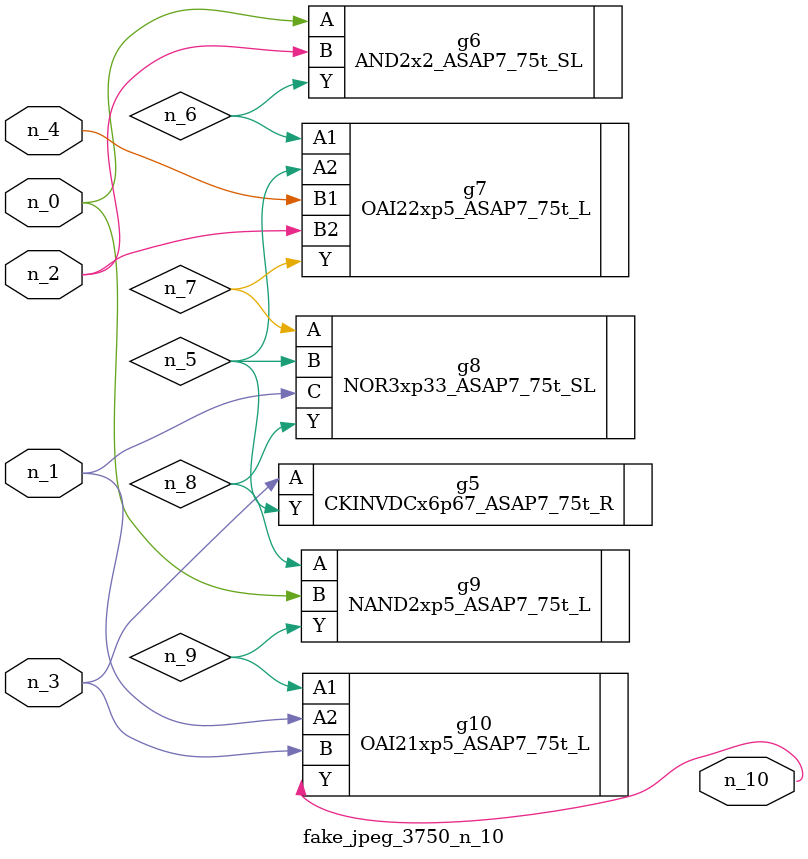
<source format=v>
module fake_jpeg_3750_n_10 (n_3, n_2, n_1, n_0, n_4, n_10);

input n_3;
input n_2;
input n_1;
input n_0;
input n_4;

output n_10;

wire n_8;
wire n_9;
wire n_6;
wire n_5;
wire n_7;

CKINVDCx6p67_ASAP7_75t_R g5 ( 
.A(n_3),
.Y(n_5)
);

AND2x2_ASAP7_75t_SL g6 ( 
.A(n_0),
.B(n_2),
.Y(n_6)
);

OAI22xp5_ASAP7_75t_L g7 ( 
.A1(n_6),
.A2(n_5),
.B1(n_4),
.B2(n_2),
.Y(n_7)
);

NOR3xp33_ASAP7_75t_SL g8 ( 
.A(n_7),
.B(n_5),
.C(n_1),
.Y(n_8)
);

NAND2xp5_ASAP7_75t_L g9 ( 
.A(n_8),
.B(n_0),
.Y(n_9)
);

OAI21xp5_ASAP7_75t_L g10 ( 
.A1(n_9),
.A2(n_1),
.B(n_3),
.Y(n_10)
);


endmodule
</source>
